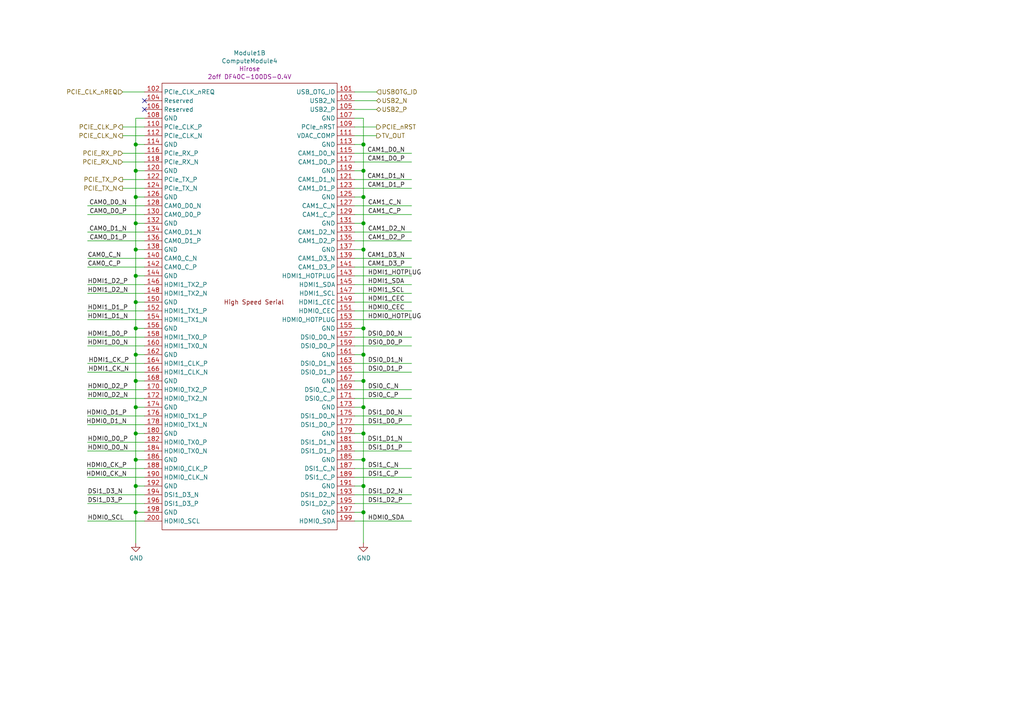
<source format=kicad_sch>
(kicad_sch (version 20210621) (generator eeschema)
  (paper "A4")
  (title_block (title "Astro Compute Module 4 - HighSpeed") (date "2021-07-27") (rev "1") (company "Andrew Chittams") (comment 1 "https://github.com/chittams/AstroCM4") (comment 2 "www.raspberrypi.org"))
  (lib_symbols
    (symbol "CM4IO:ComputeModule4-CM4"
      (property "Reference" "Module" (at 113.03 -68.58 0))
      (property "Value" "ComputeModule4-CM4" (at 140.97 2.54 0))
      (property "Field4" "Hirose" (at 0 0 0))
      (property "Field5" "2x DF40C-100DS-0.4V" (at 0 -2.54 0))
      (symbol "ComputeModule4-CM4_1_0"
        (text "GPIO" (at 0 6.35 0) (effects (font (size 1.27 1.27))))
      )
      (symbol "ComputeModule4-CM4_1_1"
        (text "600mA Max" (at -8.89 -53.34 0) (effects (font (size 1.27 1.27))))
        (text "600mA Max" (at -8.89 -48.26 0) (effects (font (size 1.27 1.27))))
        (text "NB SD signals are only available" (at -1.27 -27.94 0) (effects (font (size 1.27 1.27))))
        (text "on modules without eMMC" (at -1.27 -30.48 0) (effects (font (size 1.27 1.27))))
        (rectangle (start -30.48 -71.12) (end 25.4 58.42))
        (pin power_in line (at 27.94 55.88 180) (length 2.54) (name "GND") (number "1"))
        (pin passive line (at -33.02 45.72 0) (length 2.54) (name "Ethernet_Pair0_N") (number "10"))
        (pin output line (at -33.02 -68.58 0) (length 2.54) (name "nEXTRST") (number "100"))
        (pin passive line (at 27.94 43.18 180) (length 2.54) (name "Ethernet_Pair2_P") (number "11"))
        (pin passive line (at -33.02 43.18 0) (length 2.54) (name "Ethernet_Pair0_P") (number "12"))
        (pin power_in line (at 27.94 40.64 180) (length 2.54) (name "GND") (number "13"))
        (pin power_in line (at -33.02 40.64 0) (length 2.54) (name "GND") (number "14"))
        (pin output line (at 27.94 38.1 180) (length 2.54) (name "Ethernet_nLED3(3.3v)") (number "15"))
        (pin input line (at -33.02 38.1 0) (length 2.54) (name "Ethernet_SYNC_IN(1.8v)") (number "16"))
        (pin output line (at 27.94 35.56 180) (length 2.54) (name "Ethernet_nLED2(3.3v)") (number "17"))
        (pin input line (at -33.02 35.56 0) (length 2.54) (name "Ethernet_SYNC_OUT(1.8v)") (number "18"))
        (pin output line (at 27.94 33.02 180) (length 2.54) (name "Ethernet_nLED1(3.3v)") (number "19"))
        (pin power_in line (at -33.02 55.88 0) (length 2.54) (name "GND") (number "2"))
        (pin passive line (at -33.02 33.02 0) (length 2.54) (name "EEPROM_nWP") (number "20"))
        (pin open_collector line (at 27.94 30.48 180) (length 2.54) (name "PI_nLED_Activity") (number "21"))
        (pin power_in line (at -33.02 30.48 0) (length 2.54) (name "GND") (number "22"))
        (pin power_in line (at 27.94 27.94 180) (length 2.54) (name "GND") (number "23"))
        (pin passive line (at -33.02 27.94 0) (length 2.54) (name "GPIO26") (number "24"))
        (pin passive line (at 27.94 25.4 180) (length 2.54) (name "GPIO21") (number "25"))
        (pin passive line (at -33.02 25.4 0) (length 2.54) (name "GPIO19") (number "26"))
        (pin passive line (at 27.94 22.86 180) (length 2.54) (name "GPIO20") (number "27"))
        (pin passive line (at -33.02 22.86 0) (length 2.54) (name "GPIO13") (number "28"))
        (pin passive line (at 27.94 20.32 180) (length 2.54) (name "GPIO16") (number "29"))
        (pin passive line (at 27.94 53.34 180) (length 2.54) (name "Ethernet_Pair3_P") (number "3"))
        (pin passive line (at -33.02 20.32 0) (length 2.54) (name "GPIO6") (number "30"))
        (pin passive line (at 27.94 17.78 180) (length 2.54) (name "GPIO12") (number "31"))
        (pin power_in line (at -33.02 17.78 0) (length 2.54) (name "GND") (number "32"))
        (pin power_in line (at 27.94 15.24 180) (length 2.54) (name "GND") (number "33"))
        (pin passive line (at -33.02 15.24 0) (length 2.54) (name "GPIO5") (number "34"))
        (pin passive line (at 27.94 12.7 180) (length 2.54) (name "ID_SC") (number "35"))
        (pin passive line (at -33.02 12.7 0) (length 2.54) (name "ID_SD") (number "36"))
        (pin passive line (at 27.94 10.16 180) (length 2.54) (name "GPIO7") (number "37"))
        (pin passive line (at -33.02 10.16 0) (length 2.54) (name "GPIO11") (number "38"))
        (pin passive line (at 27.94 7.62 180) (length 2.54) (name "GPIO8") (number "39"))
        (pin passive line (at -33.02 53.34 0) (length 2.54) (name "Ethernet_Pair1_P") (number "4"))
        (pin passive line (at -33.02 7.62 0) (length 2.54) (name "GPIO9") (number "40"))
        (pin passive line (at 27.94 5.08 180) (length 2.54) (name "GPIO25") (number "41"))
        (pin power_in line (at -33.02 5.08 0) (length 2.54) (name "GND") (number "42"))
        (pin power_in line (at 27.94 2.54 180) (length 2.54) (name "GND") (number "43"))
        (pin passive line (at -33.02 2.54 0) (length 2.54) (name "GPIO10") (number "44"))
        (pin passive line (at 27.94 0 180) (length 2.54) (name "GPIO24") (number "45"))
        (pin passive line (at -33.02 0 0) (length 2.54) (name "GPIO22") (number "46"))
        (pin passive line (at 27.94 -2.54 180) (length 2.54) (name "GPIO23") (number "47"))
        (pin passive line (at -33.02 -2.54 0) (length 2.54) (name "GPIO27") (number "48"))
        (pin passive line (at 27.94 -5.08 180) (length 2.54) (name "GPIO18") (number "49"))
        (pin passive line (at 27.94 50.8 180) (length 2.54) (name "Ethernet_Pair3_N") (number "5"))
        (pin passive line (at -33.02 -5.08 0) (length 2.54) (name "GPIO17") (number "50"))
        (pin passive line (at 27.94 -7.62 180) (length 2.54) (name "GPIO15") (number "51"))
        (pin power_in line (at -33.02 -7.62 0) (length 2.54) (name "GND") (number "52"))
        (pin power_in line (at 27.94 -10.16 180) (length 2.54) (name "GND") (number "53"))
        (pin passive line (at -33.02 -10.16 0) (length 2.54) (name "GPIO4") (number "54"))
        (pin passive line (at 27.94 -12.7 180) (length 2.54) (name "GPIO14") (number "55"))
        (pin passive line (at -33.02 -12.7 0) (length 2.54) (name "GPIO3") (number "56"))
        (pin passive line (at 27.94 -15.24 180) (length 2.54) (name "SD_CLK") (number "57"))
        (pin passive line (at -33.02 -15.24 0) (length 2.54) (name "GPIO2") (number "58"))
        (pin power_in line (at 27.94 -17.78 180) (length 2.54) (name "GND") (number "59"))
        (pin passive line (at -33.02 50.8 0) (length 2.54) (name "Ethernet_Pair1_N") (number "6"))
        (pin power_in line (at -33.02 -17.78 0) (length 2.54) (name "GND") (number "60"))
        (pin passive line (at 27.94 -20.32 180) (length 2.54) (name "SD_DAT3") (number "61"))
        (pin passive line (at -33.02 -20.32 0) (length 2.54) (name "SD_CMD") (number "62"))
        (pin passive line (at 27.94 -22.86 180) (length 2.54) (name "SD_DAT0") (number "63"))
        (pin passive line (at -33.02 -22.86 0) (length 2.54) (name "SD_DAT5") (number "64"))
        (pin power_in line (at 27.94 -25.4 180) (length 2.54) (name "GND") (number "65"))
        (pin power_in line (at -33.02 -25.4 0) (length 2.54) (name "GND") (number "66"))
        (pin passive line (at 27.94 -27.94 180) (length 2.54) (name "SD_DAT1") (number "67"))
        (pin passive line (at -33.02 -27.94 0) (length 2.54) (name "SD_DAT4") (number "68"))
        (pin passive line (at 27.94 -30.48 180) (length 2.54) (name "SD_DAT2") (number "69"))
        (pin power_in line (at 27.94 48.26 180) (length 2.54) (name "GND") (number "7"))
        (pin passive line (at -33.02 -30.48 0) (length 2.54) (name "SD_DAT7") (number "70"))
        (pin power_in line (at 27.94 -33.02 180) (length 2.54) (name "GND") (number "71"))
        (pin passive line (at -33.02 -33.02 0) (length 2.54) (name "SD_DAT6") (number "72"))
        (pin input line (at 27.94 -35.56 180) (length 2.54) (name "SD_VDD_Override") (number "73"))
        (pin power_in line (at -33.02 -35.56 0) (length 2.54) (name "GND") (number "74"))
        (pin output line (at 27.94 -38.1 180) (length 2.54) (name "SD_PWR_ON") (number "75"))
        (pin passive line (at -33.02 -38.1 0) (length 2.54) (name "Reserved") (number "76"))
        (pin power_in line (at 27.94 -40.64 180) (length 2.54) (name "+5v_(Input)") (number "77"))
        (pin power_in line (at -33.02 -40.64 0) (length 2.54) (name "GPIO_VREF(1.8v/3.3v_Input)") (number "78"))
        (pin power_in line (at 27.94 -43.18 180) (length 2.54) (name "+5v_(Input)") (number "79"))
        (pin power_in line (at -33.02 48.26 0) (length 2.54) (name "GND") (number "8"))
        (pin passive line (at -33.02 -43.18 0) (length 2.54) (name "SCL0") (number "80"))
        (pin power_in line (at 27.94 -45.72 180) (length 2.54) (name "+5v_(Input)") (number "81"))
        (pin passive line (at -33.02 -45.72 0) (length 2.54) (name "SDA0") (number "82"))
        (pin power_in line (at 27.94 -48.26 180) (length 2.54) (name "+5v_(Input)") (number "83"))
        (pin power_out line (at -33.02 -48.26 0) (length 2.54) (name "+3.3v_(Output)") (number "84"))
        (pin power_in line (at 27.94 -50.8 180) (length 2.54) (name "+5v_(Input)") (number "85"))
        (pin power_out line (at -33.02 -50.8 0) (length 2.54) (name "+3.3v_(Output)") (number "86"))
        (pin power_in line (at 27.94 -53.34 180) (length 2.54) (name "+5v_(Input)") (number "87"))
        (pin power_out line (at -33.02 -53.34 0) (length 2.54) (name "+1.8v_(Output)") (number "88"))
        (pin power_in line (at 27.94 -55.88 180) (length 2.54) (name "WiFi_nDisable") (number "89"))
        (pin passive line (at 27.94 45.72 180) (length 2.54) (name "Ethernet_Pair2_N") (number "9"))
        (pin power_out line (at -33.02 -55.88 0) (length 2.54) (name "+1.8v_(Output)") (number "90"))
        (pin power_in line (at 27.94 -58.42 180) (length 2.54) (name "BT_nDisable") (number "91"))
        (pin passive line (at -33.02 -58.42 0) (length 2.54) (name "RUN_PG") (number "92"))
        (pin input line (at 27.94 -60.96 180) (length 2.54) (name "nRPIBOOT") (number "93"))
        (pin passive line (at -33.02 -60.96 0) (length 2.54) (name "AnalogIP0") (number "94"))
        (pin output line (at 27.94 -63.5 180) (length 2.54) (name "nPI_LED_PWR") (number "95"))
        (pin passive line (at -33.02 -63.5 0) (length 2.54) (name "AnalogIP1") (number "96"))
        (pin passive line (at 27.94 -66.04 180) (length 2.54) (name "Camera_GPIO") (number "97"))
        (pin power_in line (at -33.02 -66.04 0) (length 2.54) (name "GND") (number "98"))
        (pin input line (at 27.94 -68.58 180) (length 2.54) (name "Global_EN") (number "99"))
      )
      (symbol "ComputeModule4-CM4_2_1"
        (text "High Speed Serial" (at 140.97 0 0) (effects (font (size 1.27 1.27))))
        (rectangle (start 114.3 -66.04) (end 165.1 63.5))
        (pin input line (at 170.18 60.96 180) (length 5.08) (name "USB_OTG_ID") (number "101"))
        (pin input line (at 109.22 60.96 0) (length 5.08) (name "PCIe_CLK_nREQ") (number "102"))
        (pin passive line (at 170.18 58.42 180) (length 5.08) (name "USB2_N") (number "103"))
        (pin passive line (at 109.22 58.42 0) (length 5.08) (name "Reserved") (number "104"))
        (pin passive line (at 170.18 55.88 180) (length 5.08) (name "USB2_P") (number "105"))
        (pin passive line (at 109.22 55.88 0) (length 5.08) (name "Reserved") (number "106"))
        (pin power_in line (at 170.18 53.34 180) (length 5.08) (name "GND") (number "107"))
        (pin power_in line (at 109.22 53.34 0) (length 5.08) (name "GND") (number "108"))
        (pin bidirectional line (at 170.18 50.8 180) (length 5.08) (name "PCIe_nRST") (number "109"))
        (pin output line (at 109.22 50.8 0) (length 5.08) (name "PCIe_CLK_P") (number "110"))
        (pin passive line (at 170.18 48.26 180) (length 5.08) (name "VDAC_COMP") (number "111"))
        (pin output line (at 109.22 48.26 0) (length 5.08) (name "PCIe_CLK_N") (number "112"))
        (pin power_in line (at 170.18 45.72 180) (length 5.08) (name "GND") (number "113"))
        (pin power_in line (at 109.22 45.72 0) (length 5.08) (name "GND") (number "114"))
        (pin input line (at 170.18 43.18 180) (length 5.08) (name "CAM1_D0_N") (number "115"))
        (pin input line (at 109.22 43.18 0) (length 5.08) (name "PCIe_RX_P") (number "116"))
        (pin input line (at 170.18 40.64 180) (length 5.08) (name "CAM1_D0_P") (number "117"))
        (pin input line (at 109.22 40.64 0) (length 5.08) (name "PCIe_RX_N") (number "118"))
        (pin power_in line (at 170.18 38.1 180) (length 5.08) (name "GND") (number "119"))
        (pin power_in line (at 109.22 38.1 0) (length 5.08) (name "GND") (number "120"))
        (pin input line (at 170.18 35.56 180) (length 5.08) (name "CAM1_D1_N") (number "121"))
        (pin output line (at 109.22 35.56 0) (length 5.08) (name "PCIe_TX_P") (number "122"))
        (pin input line (at 170.18 33.02 180) (length 5.08) (name "CAM1_D1_P") (number "123"))
        (pin output line (at 109.22 33.02 0) (length 5.08) (name "PCIe_TX_N") (number "124"))
        (pin power_in line (at 170.18 30.48 180) (length 5.08) (name "GND") (number "125"))
        (pin power_in line (at 109.22 30.48 0) (length 5.08) (name "GND") (number "126"))
        (pin input line (at 170.18 27.94 180) (length 5.08) (name "CAM1_C_N") (number "127"))
        (pin input line (at 109.22 27.94 0) (length 5.08) (name "CAM0_D0_N") (number "128"))
        (pin input line (at 170.18 25.4 180) (length 5.08) (name "CAM1_C_P") (number "129"))
        (pin input line (at 109.22 25.4 0) (length 5.08) (name "CAM0_D0_P") (number "130"))
        (pin power_in line (at 170.18 22.86 180) (length 5.08) (name "GND") (number "131"))
        (pin power_in line (at 109.22 22.86 0) (length 5.08) (name "GND") (number "132"))
        (pin input line (at 170.18 20.32 180) (length 5.08) (name "CAM1_D2_N") (number "133"))
        (pin input line (at 109.22 20.32 0) (length 5.08) (name "CAM0_D1_N") (number "134"))
        (pin input line (at 170.18 17.78 180) (length 5.08) (name "CAM1_D2_P") (number "135"))
        (pin input line (at 109.22 17.78 0) (length 5.08) (name "CAM0_D1_P") (number "136"))
        (pin power_in line (at 170.18 15.24 180) (length 5.08) (name "GND") (number "137"))
        (pin power_in line (at 109.22 15.24 0) (length 5.08) (name "GND") (number "138"))
        (pin input line (at 170.18 12.7 180) (length 5.08) (name "CAM1_D3_N") (number "139"))
        (pin input line (at 109.22 12.7 0) (length 5.08) (name "CAM0_C_N") (number "140"))
        (pin input line (at 170.18 10.16 180) (length 5.08) (name "CAM1_D3_P") (number "141"))
        (pin input line (at 109.22 10.16 0) (length 5.08) (name "CAM0_C_P") (number "142"))
        (pin input line (at 170.18 7.62 180) (length 5.08) (name "HDMI1_HOTPLUG") (number "143"))
        (pin power_in line (at 109.22 7.62 0) (length 5.08) (name "GND") (number "144"))
        (pin bidirectional line (at 170.18 5.08 180) (length 5.08) (name "HDMI1_SDA") (number "145"))
        (pin output line (at 109.22 5.08 0) (length 5.08) (name "HDMI1_TX2_P") (number "146"))
        (pin open_collector line (at 170.18 2.54 180) (length 5.08) (name "HDMI1_SCL") (number "147"))
        (pin output line (at 109.22 2.54 0) (length 5.08) (name "HDMI1_TX2_N") (number "148"))
        (pin open_collector line (at 170.18 0 180) (length 5.08) (name "HDMI1_CEC") (number "149"))
        (pin power_in line (at 109.22 0 0) (length 5.08) (name "GND") (number "150"))
        (pin open_collector line (at 170.18 -2.54 180) (length 5.08) (name "HDMI0_CEC") (number "151"))
        (pin output line (at 109.22 -2.54 0) (length 5.08) (name "HDMI1_TX1_P") (number "152"))
        (pin input line (at 170.18 -5.08 180) (length 5.08) (name "HDMI0_HOTPLUG") (number "153"))
        (pin output line (at 109.22 -5.08 0) (length 5.08) (name "HDMI1_TX1_N") (number "154"))
        (pin power_in line (at 170.18 -7.62 180) (length 5.08) (name "GND") (number "155"))
        (pin power_in line (at 109.22 -7.62 0) (length 5.08) (name "GND") (number "156"))
        (pin output line (at 170.18 -10.16 180) (length 5.08) (name "DSI0_D0_N") (number "157"))
        (pin output line (at 109.22 -10.16 0) (length 5.08) (name "HDMI1_TX0_P") (number "158"))
        (pin output line (at 170.18 -12.7 180) (length 5.08) (name "DSI0_D0_P") (number "159"))
        (pin output line (at 109.22 -12.7 0) (length 5.08) (name "HDMI1_TX0_N") (number "160"))
        (pin power_in line (at 170.18 -15.24 180) (length 5.08) (name "GND") (number "161"))
        (pin power_in line (at 109.22 -15.24 0) (length 5.08) (name "GND") (number "162"))
        (pin output line (at 170.18 -17.78 180) (length 5.08) (name "DSI0_D1_N") (number "163"))
        (pin output line (at 109.22 -17.78 0) (length 5.08) (name "HDMI1_CLK_P") (number "164"))
        (pin output line (at 170.18 -20.32 180) (length 5.08) (name "DSI0_D1_P") (number "165"))
        (pin output line (at 109.22 -20.32 0) (length 5.08) (name "HDMI1_CLK_N") (number "166"))
        (pin power_in line (at 170.18 -22.86 180) (length 5.08) (name "GND") (number "167"))
        (pin power_in line (at 109.22 -22.86 0) (length 5.08) (name "GND") (number "168"))
        (pin output line (at 170.18 -25.4 180) (length 5.08) (name "DSI0_C_N") (number "169"))
        (pin output line (at 109.22 -25.4 0) (length 5.08) (name "HDMI0_TX2_P") (number "170"))
        (pin output line (at 170.18 -27.94 180) (length 5.08) (name "DSI0_C_P") (number "171"))
        (pin output line (at 109.22 -27.94 0) (length 5.08) (name "HDMI0_TX2_N") (number "172"))
        (pin power_in line (at 170.18 -30.48 180) (length 5.08) (name "GND") (number "173"))
        (pin power_in line (at 109.22 -30.48 0) (length 5.08) (name "GND") (number "174"))
        (pin output line (at 170.18 -33.02 180) (length 5.08) (name "DSI1_D0_N") (number "175"))
        (pin output line (at 109.22 -33.02 0) (length 5.08) (name "HDMI0_TX1_P") (number "176"))
        (pin output line (at 170.18 -35.56 180) (length 5.08) (name "DSI1_D0_P") (number "177"))
        (pin output line (at 109.22 -35.56 0) (length 5.08) (name "HDMI0_TX1_N") (number "178"))
        (pin power_in line (at 170.18 -38.1 180) (length 5.08) (name "GND") (number "179"))
        (pin power_in line (at 109.22 -38.1 0) (length 5.08) (name "GND") (number "180"))
        (pin output line (at 170.18 -40.64 180) (length 5.08) (name "DSI1_D1_N") (number "181"))
        (pin output line (at 109.22 -40.64 0) (length 5.08) (name "HDMI0_TX0_P") (number "182"))
        (pin output line (at 170.18 -43.18 180) (length 5.08) (name "DSI1_D1_P") (number "183"))
        (pin output line (at 109.22 -43.18 0) (length 5.08) (name "HDMI0_TX0_N") (number "184"))
        (pin power_in line (at 170.18 -45.72 180) (length 5.08) (name "GND") (number "185"))
        (pin power_in line (at 109.22 -45.72 0) (length 5.08) (name "GND") (number "186"))
        (pin output line (at 170.18 -48.26 180) (length 5.08) (name "DSI1_C_N") (number "187"))
        (pin output line (at 109.22 -48.26 0) (length 5.08) (name "HDMI0_CLK_P") (number "188"))
        (pin output line (at 170.18 -50.8 180) (length 5.08) (name "DSI1_C_P") (number "189"))
        (pin output line (at 109.22 -50.8 0) (length 5.08) (name "HDMI0_CLK_N") (number "190"))
        (pin power_in line (at 170.18 -53.34 180) (length 5.08) (name "GND") (number "191"))
        (pin power_in line (at 109.22 -53.34 0) (length 5.08) (name "GND") (number "192"))
        (pin output line (at 170.18 -55.88 180) (length 5.08) (name "DSI1_D2_N") (number "193"))
        (pin output line (at 109.22 -55.88 0) (length 5.08) (name "DSI1_D3_N") (number "194"))
        (pin output line (at 170.18 -58.42 180) (length 5.08) (name "DSI1_D2_P") (number "195"))
        (pin output line (at 109.22 -58.42 0) (length 5.08) (name "DSI1_D3_P") (number "196"))
        (pin power_in line (at 170.18 -60.96 180) (length 5.08) (name "GND") (number "197"))
        (pin power_in line (at 109.22 -60.96 0) (length 5.08) (name "GND") (number "198"))
        (pin bidirectional line (at 170.18 -63.5 180) (length 5.08) (name "HDMI0_SDA") (number "199"))
        (pin open_collector line (at 109.22 -63.5 0) (length 5.08) (name "HDMI0_SCL") (number "200"))
      )
    )
    (symbol "power:GND" (power) (pin_names (offset 0))
      (property "Value" "GND" (at 0 -3.81 0))
      (symbol "GND_0_1"
        (polyline (pts (xy 0 0) (xy 0 -1.27) (xy 1.27 -1.27) (xy 0 -2.54) (xy -1.27 -1.27) (xy 0 -1.27)))
      )
      (symbol "GND_1_1"
        (pin power_in line (at 0 0 270) (length 0) hide (name "GND") (number "1"))
      )
    )
  )
  (junction (at 39.37 41.91) (diameter 1.016))
  (junction (at 39.37 49.53) (diameter 1.016))
  (junction (at 39.37 57.15) (diameter 1.016))
  (junction (at 39.37 64.77) (diameter 1.016))
  (junction (at 39.37 72.39) (diameter 1.016))
  (junction (at 39.37 80.01) (diameter 1.016))
  (junction (at 39.37 87.63) (diameter 1.016))
  (junction (at 39.37 95.25) (diameter 1.016))
  (junction (at 39.37 102.87) (diameter 1.016))
  (junction (at 39.37 110.49) (diameter 1.016))
  (junction (at 39.37 118.11) (diameter 1.016))
  (junction (at 39.37 125.73) (diameter 1.016))
  (junction (at 39.37 133.35) (diameter 1.016))
  (junction (at 39.37 140.97) (diameter 1.016))
  (junction (at 39.37 148.59) (diameter 1.016))
  (junction (at 105.41 41.91) (diameter 1.016))
  (junction (at 105.41 49.53) (diameter 1.016))
  (junction (at 105.41 57.15) (diameter 1.016))
  (junction (at 105.41 64.77) (diameter 1.016))
  (junction (at 105.41 72.39) (diameter 1.016))
  (junction (at 105.41 95.25) (diameter 1.016))
  (junction (at 105.41 102.87) (diameter 1.016))
  (junction (at 105.41 110.49) (diameter 1.016))
  (junction (at 105.41 118.11) (diameter 1.016))
  (junction (at 105.41 125.73) (diameter 1.016))
  (junction (at 105.41 133.35) (diameter 1.016))
  (junction (at 105.41 140.97) (diameter 1.016))
  (junction (at 105.41 148.59) (diameter 1.016))
  (no_connect (at 41.91 29.21))
  (no_connect (at 41.91 31.75))
  (wire (pts (xy 25.4 74.93) (xy 41.91 74.93)))
  (wire (pts (xy 25.4 77.47) (xy 41.91 77.47)))
  (wire (pts (xy 25.4 82.55) (xy 41.91 82.55)))
  (wire (pts (xy 25.4 85.09) (xy 41.91 85.09)))
  (wire (pts (xy 25.4 90.17) (xy 41.91 90.17)))
  (wire (pts (xy 25.4 92.71) (xy 41.91 92.71)))
  (wire (pts (xy 25.4 97.79) (xy 41.91 97.79)))
  (wire (pts (xy 25.4 100.33) (xy 41.91 100.33)))
  (wire (pts (xy 25.4 113.03) (xy 41.91 113.03)))
  (wire (pts (xy 25.4 115.57) (xy 41.91 115.57)))
  (wire (pts (xy 25.4 128.27) (xy 41.91 128.27)))
  (wire (pts (xy 25.4 130.81) (xy 41.91 130.81)))
  (wire (pts (xy 25.4 143.51) (xy 41.91 143.51)))
  (wire (pts (xy 25.4 146.05) (xy 41.91 146.05)))
  (wire (pts (xy 25.4 151.13) (xy 41.91 151.13)))
  (wire (pts (xy 35.56 26.67) (xy 41.91 26.67)))
  (wire (pts (xy 35.56 36.83) (xy 41.91 36.83)))
  (wire (pts (xy 35.56 39.37) (xy 41.91 39.37)))
  (wire (pts (xy 35.56 52.07) (xy 41.91 52.07)))
  (wire (pts (xy 35.56 54.61) (xy 41.91 54.61)))
  (wire (pts (xy 39.37 34.29) (xy 39.37 41.91)))
  (wire (pts (xy 39.37 41.91) (xy 39.37 49.53)))
  (wire (pts (xy 39.37 41.91) (xy 41.91 41.91)))
  (wire (pts (xy 39.37 49.53) (xy 39.37 57.15)))
  (wire (pts (xy 39.37 49.53) (xy 41.91 49.53)))
  (wire (pts (xy 39.37 57.15) (xy 39.37 64.77)))
  (wire (pts (xy 39.37 57.15) (xy 41.91 57.15)))
  (wire (pts (xy 39.37 64.77) (xy 39.37 72.39)))
  (wire (pts (xy 39.37 64.77) (xy 41.91 64.77)))
  (wire (pts (xy 39.37 72.39) (xy 39.37 80.01)))
  (wire (pts (xy 39.37 72.39) (xy 41.91 72.39)))
  (wire (pts (xy 39.37 80.01) (xy 39.37 87.63)))
  (wire (pts (xy 39.37 80.01) (xy 41.91 80.01)))
  (wire (pts (xy 39.37 87.63) (xy 39.37 95.25)))
  (wire (pts (xy 39.37 87.63) (xy 41.91 87.63)))
  (wire (pts (xy 39.37 95.25) (xy 39.37 102.87)))
  (wire (pts (xy 39.37 95.25) (xy 41.91 95.25)))
  (wire (pts (xy 39.37 102.87) (xy 39.37 110.49)))
  (wire (pts (xy 39.37 102.87) (xy 41.91 102.87)))
  (wire (pts (xy 39.37 110.49) (xy 39.37 118.11)))
  (wire (pts (xy 39.37 110.49) (xy 41.91 110.49)))
  (wire (pts (xy 39.37 118.11) (xy 39.37 125.73)))
  (wire (pts (xy 39.37 118.11) (xy 41.91 118.11)))
  (wire (pts (xy 39.37 125.73) (xy 39.37 133.35)))
  (wire (pts (xy 39.37 125.73) (xy 41.91 125.73)))
  (wire (pts (xy 39.37 133.35) (xy 39.37 140.97)))
  (wire (pts (xy 39.37 133.35) (xy 41.91 133.35)))
  (wire (pts (xy 39.37 140.97) (xy 39.37 148.59)))
  (wire (pts (xy 39.37 148.59) (xy 39.37 157.48)))
  (wire (pts (xy 41.91 34.29) (xy 39.37 34.29)))
  (wire (pts (xy 41.91 44.45) (xy 35.56 44.45)))
  (wire (pts (xy 41.91 46.99) (xy 35.56 46.99)))
  (wire (pts (xy 41.91 59.69) (xy 25.4 59.69)))
  (wire (pts (xy 41.91 62.23) (xy 25.4 62.23)))
  (wire (pts (xy 41.91 67.31) (xy 25.4 67.31)))
  (wire (pts (xy 41.91 69.85) (xy 25.4 69.85)))
  (wire (pts (xy 41.91 105.41) (xy 25.4 105.41)))
  (wire (pts (xy 41.91 107.95) (xy 25.4 107.95)))
  (wire (pts (xy 41.91 120.65) (xy 25.4 120.65)))
  (wire (pts (xy 41.91 123.19) (xy 25.4 123.19)))
  (wire (pts (xy 41.91 135.89) (xy 25.4 135.89)))
  (wire (pts (xy 41.91 138.43) (xy 25.4 138.43)))
  (wire (pts (xy 41.91 140.97) (xy 39.37 140.97)))
  (wire (pts (xy 41.91 148.59) (xy 39.37 148.59)))
  (wire (pts (xy 102.87 29.21) (xy 109.22 29.21)))
  (wire (pts (xy 102.87 31.75) (xy 109.22 31.75)))
  (wire (pts (xy 102.87 36.83) (xy 109.22 36.83)))
  (wire (pts (xy 102.87 39.37) (xy 109.22 39.37)))
  (wire (pts (xy 102.87 41.91) (xy 105.41 41.91)))
  (wire (pts (xy 102.87 49.53) (xy 105.41 49.53)))
  (wire (pts (xy 102.87 57.15) (xy 105.41 57.15)))
  (wire (pts (xy 102.87 59.69) (xy 119.38 59.69)))
  (wire (pts (xy 102.87 62.23) (xy 119.38 62.23)))
  (wire (pts (xy 102.87 64.77) (xy 105.41 64.77)))
  (wire (pts (xy 102.87 67.31) (xy 119.38 67.31)))
  (wire (pts (xy 102.87 69.85) (xy 119.38 69.85)))
  (wire (pts (xy 102.87 72.39) (xy 105.41 72.39)))
  (wire (pts (xy 102.87 80.01) (xy 119.38 80.01)))
  (wire (pts (xy 102.87 82.55) (xy 119.38 82.55)))
  (wire (pts (xy 102.87 85.09) (xy 119.38 85.09)))
  (wire (pts (xy 102.87 87.63) (xy 119.38 87.63)))
  (wire (pts (xy 102.87 90.17) (xy 119.38 90.17)))
  (wire (pts (xy 102.87 92.71) (xy 119.38 92.71)))
  (wire (pts (xy 102.87 95.25) (xy 105.41 95.25)))
  (wire (pts (xy 102.87 102.87) (xy 105.41 102.87)))
  (wire (pts (xy 102.87 105.41) (xy 119.38 105.41)))
  (wire (pts (xy 102.87 107.95) (xy 119.38 107.95)))
  (wire (pts (xy 102.87 110.49) (xy 105.41 110.49)))
  (wire (pts (xy 102.87 113.03) (xy 119.38 113.03)))
  (wire (pts (xy 102.87 115.57) (xy 119.38 115.57)))
  (wire (pts (xy 102.87 118.11) (xy 105.41 118.11)))
  (wire (pts (xy 102.87 125.73) (xy 105.41 125.73)))
  (wire (pts (xy 102.87 133.35) (xy 105.41 133.35)))
  (wire (pts (xy 102.87 135.89) (xy 119.38 135.89)))
  (wire (pts (xy 102.87 138.43) (xy 119.38 138.43)))
  (wire (pts (xy 102.87 140.97) (xy 105.41 140.97)))
  (wire (pts (xy 102.87 143.51) (xy 119.38 143.51)))
  (wire (pts (xy 102.87 146.05) (xy 119.38 146.05)))
  (wire (pts (xy 102.87 148.59) (xy 105.41 148.59)))
  (wire (pts (xy 102.87 151.13) (xy 119.38 151.13)))
  (wire (pts (xy 105.41 34.29) (xy 102.87 34.29)))
  (wire (pts (xy 105.41 41.91) (xy 105.41 34.29)))
  (wire (pts (xy 105.41 49.53) (xy 105.41 41.91)))
  (wire (pts (xy 105.41 57.15) (xy 105.41 49.53)))
  (wire (pts (xy 105.41 64.77) (xy 105.41 57.15)))
  (wire (pts (xy 105.41 72.39) (xy 105.41 64.77)))
  (wire (pts (xy 105.41 72.39) (xy 105.41 95.25)))
  (wire (pts (xy 105.41 95.25) (xy 105.41 102.87)))
  (wire (pts (xy 105.41 102.87) (xy 105.41 110.49)))
  (wire (pts (xy 105.41 110.49) (xy 105.41 118.11)))
  (wire (pts (xy 105.41 118.11) (xy 105.41 125.73)))
  (wire (pts (xy 105.41 125.73) (xy 105.41 133.35)))
  (wire (pts (xy 105.41 133.35) (xy 105.41 140.97)))
  (wire (pts (xy 105.41 140.97) (xy 105.41 148.59)))
  (wire (pts (xy 105.41 148.59) (xy 105.41 157.48)))
  (wire (pts (xy 109.22 26.67) (xy 102.87 26.67)))
  (wire (pts (xy 119.38 44.45) (xy 102.87 44.45)))
  (wire (pts (xy 119.38 46.99) (xy 102.87 46.99)))
  (wire (pts (xy 119.38 52.07) (xy 102.87 52.07)))
  (wire (pts (xy 119.38 54.61) (xy 102.87 54.61)))
  (wire (pts (xy 119.38 74.93) (xy 102.87 74.93)))
  (wire (pts (xy 119.38 77.47) (xy 102.87 77.47)))
  (wire (pts (xy 119.38 97.79) (xy 102.87 97.79)))
  (wire (pts (xy 119.38 100.33) (xy 102.87 100.33)))
  (wire (pts (xy 119.38 120.65) (xy 102.87 120.65)))
  (wire (pts (xy 119.38 123.19) (xy 102.87 123.19)))
  (wire (pts (xy 119.38 128.27) (xy 102.87 128.27)))
  (wire (pts (xy 119.38 130.81) (xy 102.87 130.81)))
  (label "CAM0_C_N" (at 25.4 74.93 0))
  (label "CAM0_C_P" (at 25.4 77.47 0))
  (label "HDMI1_D2_P" (at 25.4 82.55 0))
  (label "HDMI1_D2_N" (at 25.4 85.09 0))
  (label "HDMI1_D1_P" (at 25.4 90.17 0))
  (label "HDMI1_D1_N" (at 25.4 92.71 0))
  (label "HDMI1_D0_P" (at 25.4 97.79 0))
  (label "HDMI1_D0_N" (at 25.4 100.33 0))
  (label "HDMI0_D2_P" (at 25.4 113.03 0))
  (label "HDMI0_D2_N" (at 25.4 115.57 0))
  (label "HDMI0_D0_P" (at 25.4 128.27 0))
  (label "HDMI0_D0_N" (at 25.4 130.81 0))
  (label "DSI1_D3_N" (at 25.4 143.51 0))
  (label "DSI1_D3_P" (at 25.4 146.05 0))
  (label "HDMI0_SCL" (at 25.4 151.13 0))
  (label "CAM0_D0_N" (at 36.83 59.69 180))
  (label "CAM0_D0_P" (at 36.83 62.23 180))
  (label "CAM0_D1_N" (at 36.83 67.31 180))
  (label "CAM0_D1_P" (at 36.83 69.85 180))
  (label "HDMI0_D1_P" (at 36.83 120.65 180))
  (label "HDMI0_D1_N" (at 36.83 123.19 180))
  (label "HDMI0_CK_P" (at 36.83 135.89 180))
  (label "HDMI0_CK_N" (at 36.83 138.43 180))
  (label "HDMI1_CK_P" (at 37.465 105.41 180))
  (label "HDMI1_CK_N" (at 37.465 107.95 180))
  (label "CAM1_C_N" (at 106.68 59.69 0))
  (label "CAM1_C_P" (at 106.68 62.23 0))
  (label "CAM1_D2_N" (at 106.68 67.31 0))
  (label "CAM1_D2_P" (at 106.68 69.85 0))
  (label "HDMI1_HOTPLUG" (at 106.68 80.01 0))
  (label "HDMI1_SDA" (at 106.68 82.55 0))
  (label "HDMI1_SCL" (at 106.68 85.09 0))
  (label "HDMI1_CEC" (at 106.68 87.63 0))
  (label "HDMI0_CEC" (at 106.68 90.17 0))
  (label "HDMI0_HOTPLUG" (at 106.68 92.71 0))
  (label "DSI0_D1_N" (at 106.68 105.41 0))
  (label "DSI0_D1_P" (at 106.68 107.95 0))
  (label "DSI0_C_N" (at 106.68 113.03 0))
  (label "DSI0_C_P" (at 106.68 115.57 0))
  (label "DSI1_C_N" (at 106.68 135.89 0))
  (label "DSI1_C_P" (at 106.68 138.43 0))
  (label "DSI1_D2_N" (at 106.68 143.51 0))
  (label "DSI1_D2_P" (at 106.68 146.05 0))
  (label "HDMI0_SDA" (at 106.68 151.13 0))
  (label "DSI0_D0_N" (at 116.84 97.79 180))
  (label "DSI0_D0_P" (at 116.84 100.33 180))
  (label "DSI1_D0_N" (at 116.84 120.65 180))
  (label "DSI1_D0_P" (at 116.84 123.19 180))
  (label "DSI1_D1_N" (at 116.84 128.27 180))
  (label "DSI1_D1_P" (at 116.84 130.81 180))
  (label "CAM1_D0_N" (at 117.475 44.45 180))
  (label "CAM1_D0_P" (at 117.475 46.99 180))
  (label "CAM1_D1_N" (at 117.475 52.07 180))
  (label "CAM1_D1_P" (at 117.475 54.61 180))
  (label "CAM1_D3_N" (at 117.475 74.93 180))
  (label "CAM1_D3_P" (at 117.475 77.47 180))
  (hierarchical_label "PCIE_CLK_nREQ" (shape input) (at 35.56 26.67 180))
  (hierarchical_label "PCIE_CLK_P" (shape output) (at 35.56 36.83 180))
  (hierarchical_label "PCIE_CLK_N" (shape output) (at 35.56 39.37 180))
  (hierarchical_label "PCIE_RX_P" (shape input) (at 35.56 44.45 180))
  (hierarchical_label "PCIE_RX_N" (shape input) (at 35.56 46.99 180))
  (hierarchical_label "PCIE_TX_P" (shape output) (at 35.56 52.07 180))
  (hierarchical_label "PCIE_TX_N" (shape output) (at 35.56 54.61 180))
  (hierarchical_label "USBOTG_ID" (shape input) (at 109.22 26.67 0))
  (hierarchical_label "USB2_N" (shape bidirectional) (at 109.22 29.21 0))
  (hierarchical_label "USB2_P" (shape bidirectional) (at 109.22 31.75 0))
  (hierarchical_label "PCIE_nRST" (shape output) (at 109.22 36.83 0))
  (hierarchical_label "TV_OUT" (shape output) (at 109.22 39.37 0))
  (symbol (lib_id "power:GND") (at 39.37 157.48 0) (unit 1)
    (property "Reference" "#PWR0131" (effects hide))
    (property "Value" "GND" (at 39.497 161.8742 0))
  )
  (symbol (lib_id "power:GND") (at 105.41 157.48 0) (unit 1)
    (property "Reference" "#PWR0130" (effects hide))
    (property "Value" "GND" (at 105.537 161.8742 0))
  )
  (symbol (lib_id "CM4IO:ComputeModule4-CM4") (at -67.31 87.63 0) (unit 2)
    (property "Reference" "Module1" (at 72.39 15.367 0))
    (property "Value" "ComputeModule4" (at 72.39 17.6784 0))
    (property "Footprint" "CM4IO:Raspberry-Pi-4-Compute-Module" (effects hide))
    (property "Field4" "Hirose" (at 72.39 19.9644 0))
    (property "Field5" "2off DF40C-100DS-0.4V" (at 72.39 22.2758 0))
    (property "Field6" "2off DF40C-100DS-0.4V" (effects hide))
    (property "Field7" "Hirose" (effects hide))
    (property "Part Description" "	100 Position Connector Receptacle, Center Strip Contacts Surface Mount Gold" (effects hide))
  )
)
</source>
